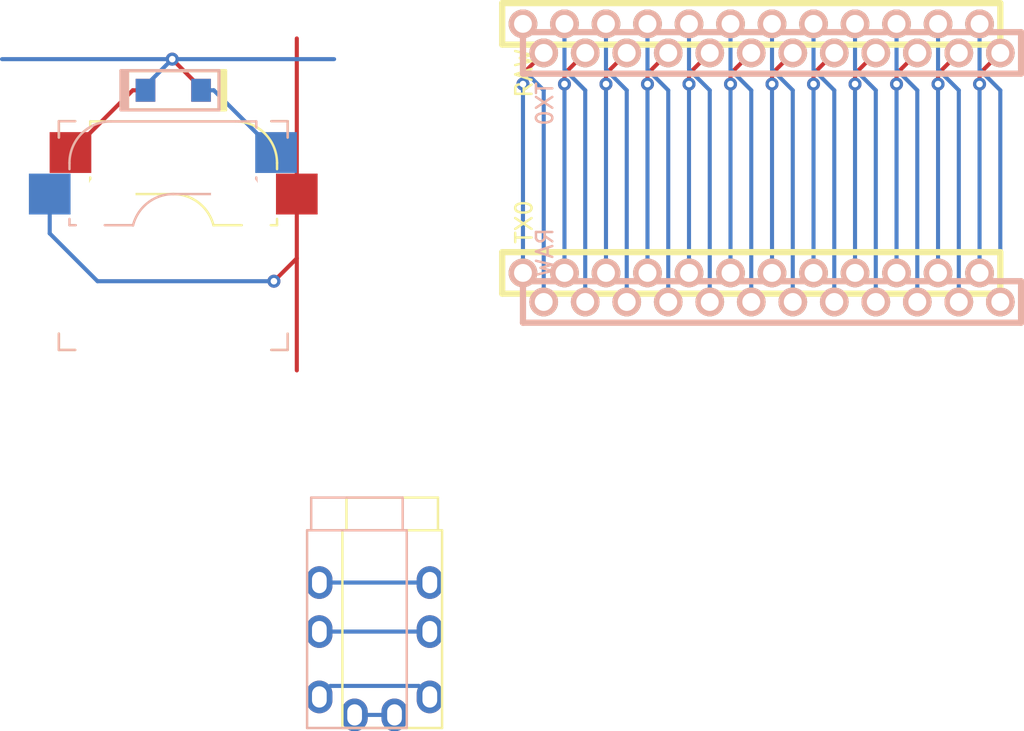
<source format=kicad_pcb>
(kicad_pcb (version 20171130) (host pcbnew 5.1.6-c6e7f7d~87~ubuntu20.04.1)

  (general
    (thickness 1.6)
    (drawings 0)
    (tracks 108)
    (zones 0)
    (modules 8)
    (nets 1)
  )

  (page A4)
  (layers
    (0 F.Cu signal)
    (31 B.Cu signal)
    (32 B.Adhes user)
    (33 F.Adhes user)
    (34 B.Paste user)
    (35 F.Paste user)
    (36 B.SilkS user)
    (37 F.SilkS user)
    (38 B.Mask user)
    (39 F.Mask user)
    (40 Dwgs.User user)
    (41 Cmts.User user)
    (42 Eco1.User user hide)
    (43 Eco2.User user hide)
    (44 Edge.Cuts user)
    (45 Margin user)
    (46 B.CrtYd user)
    (47 F.CrtYd user)
    (48 B.Fab user hide)
    (49 F.Fab user hide)
  )

  (setup
    (last_trace_width 0.25)
    (trace_clearance 0.2)
    (zone_clearance 0.508)
    (zone_45_only no)
    (trace_min 0.2)
    (via_size 0.8)
    (via_drill 0.4)
    (via_min_size 0.4)
    (via_min_drill 0.3)
    (uvia_size 0.3)
    (uvia_drill 0.1)
    (uvias_allowed no)
    (uvia_min_size 0.2)
    (uvia_min_drill 0.1)
    (edge_width 0.05)
    (segment_width 0.2)
    (pcb_text_width 0.3)
    (pcb_text_size 1.5 1.5)
    (mod_edge_width 0.12)
    (mod_text_size 1 1)
    (mod_text_width 0.15)
    (pad_size 1.524 1.524)
    (pad_drill 0.762)
    (pad_to_mask_clearance 0.05)
    (aux_axis_origin 0 0)
    (visible_elements FFFFFF7F)
    (pcbplotparams
      (layerselection 0x010fc_ffffffff)
      (usegerberextensions false)
      (usegerberattributes true)
      (usegerberadvancedattributes true)
      (creategerberjobfile true)
      (excludeedgelayer true)
      (linewidth 0.100000)
      (plotframeref false)
      (viasonmask false)
      (mode 1)
      (useauxorigin false)
      (hpglpennumber 1)
      (hpglpenspeed 20)
      (hpglpendiameter 15.000000)
      (psnegative false)
      (psa4output false)
      (plotreference true)
      (plotvalue true)
      (plotinvisibletext false)
      (padsonsilk false)
      (subtractmaskfromsilk false)
      (outputformat 1)
      (mirror false)
      (drillshape 1)
      (scaleselection 1)
      (outputdirectory ""))
  )

  (net 0 "")

  (net_class Default "This is the default net class."
    (clearance 0.2)
    (trace_width 0.25)
    (via_dia 0.8)
    (via_drill 0.4)
    (uvia_dia 0.3)
    (uvia_drill 0.1)
  )

  (module Keebio-Parts:TRRS-PJ-320A (layer B.Cu) (tedit 5D54377F) (tstamp 5F421D5A)
    (at 50.927 65.659 180)
    (fp_text reference REF** (at 0 -14.2) (layer Dwgs.User) hide
      (effects (font (size 1 1) (thickness 0.15)))
    )
    (fp_text value TRRS-PJ-320A (at 0 5.6) (layer B.Fab)
      (effects (font (size 1 1) (thickness 0.15)) (justify mirror))
    )
    (fp_line (start 3.05 0) (end -3.05 0) (layer B.SilkS) (width 0.15))
    (fp_line (start 3.05 -12.1) (end -3.05 -12.1) (layer B.SilkS) (width 0.15))
    (fp_line (start 3.05 0) (end 3.05 -12.1) (layer B.SilkS) (width 0.15))
    (fp_line (start -3.05 0) (end -3.05 -12.1) (layer B.SilkS) (width 0.15))
    (fp_line (start 2.8 0) (end 2.8 2) (layer B.SilkS) (width 0.15))
    (fp_line (start -2.8 0) (end -2.8 2) (layer B.SilkS) (width 0.15))
    (fp_line (start 2.8 2) (end -2.8 2) (layer B.SilkS) (width 0.15))
    (fp_text user Ring2 (at 0 -3.25) (layer B.Fab)
      (effects (font (size 0.7 0.7) (thickness 0.1)) (justify mirror))
    )
    (fp_text user Ring1 (at 0 -6.25) (layer B.Fab)
      (effects (font (size 0.7 0.7) (thickness 0.1)) (justify mirror))
    )
    (fp_text user Tip (at 0 -10) (layer B.Fab)
      (effects (font (size 0.7 0.7) (thickness 0.1)) (justify mirror))
    )
    (fp_text user Sleeve (at 0.25 -11.4) (layer B.Fab)
      (effects (font (size 0.7 0.7) (thickness 0.1)) (justify mirror))
    )
    (pad 1 thru_hole oval (at -2.3 -11.3 180) (size 1.6 2) (drill oval 0.9 1.3) (layers *.Cu *.Mask))
    (pad 2 thru_hole oval (at 2.3 -10.2 180) (size 1.6 2) (drill oval 0.9 1.3) (layers *.Cu *.Mask))
    (pad 4 thru_hole oval (at 2.3 -3.2 180) (size 1.6 2) (drill oval 0.9 1.3) (layers *.Cu *.Mask))
    (pad "" np_thru_hole circle (at 0 -8.6 180) (size 0.8 0.8) (drill 0.8) (layers *.Cu *.Mask))
    (pad "" np_thru_hole circle (at 0 -1.6 180) (size 0.8 0.8) (drill 0.8) (layers *.Cu *.Mask))
    (pad 3 thru_hole oval (at 2.3 -6.2 180) (size 1.6 2) (drill oval 0.9 1.3) (layers *.Cu *.Mask))
    (model /Users/danny/syncproj/kicad-libs/footprints/Keebio-Parts.pretty/3dmodels/PJ-320A.step
      (at (xyz 0 0 0))
      (scale (xyz 1 1 1))
      (rotate (xyz -90 0 180))
    )
  )

  (module Keebio-Parts:TRRS-PJ-320A (layer F.Cu) (tedit 5D54377F) (tstamp 5F421D44)
    (at 53.086 65.659)
    (fp_text reference REF** (at 0 14.2) (layer Dwgs.User) hide
      (effects (font (size 1 1) (thickness 0.15)))
    )
    (fp_text value TRRS-PJ-320A (at 0 -5.6) (layer F.Fab)
      (effects (font (size 1 1) (thickness 0.15)))
    )
    (fp_text user Sleeve (at 0.25 11.4) (layer F.Fab)
      (effects (font (size 0.7 0.7) (thickness 0.1)))
    )
    (fp_text user Tip (at 0 10) (layer F.Fab)
      (effects (font (size 0.7 0.7) (thickness 0.1)))
    )
    (fp_text user Ring1 (at 0 6.25) (layer F.Fab)
      (effects (font (size 0.7 0.7) (thickness 0.1)))
    )
    (fp_text user Ring2 (at 0 3.25) (layer F.Fab)
      (effects (font (size 0.7 0.7) (thickness 0.1)))
    )
    (fp_line (start 3.05 0) (end -3.05 0) (layer F.SilkS) (width 0.15))
    (fp_line (start 3.05 12.1) (end -3.05 12.1) (layer F.SilkS) (width 0.15))
    (fp_line (start 3.05 0) (end 3.05 12.1) (layer F.SilkS) (width 0.15))
    (fp_line (start -3.05 0) (end -3.05 12.1) (layer F.SilkS) (width 0.15))
    (fp_line (start 2.8 0) (end 2.8 -2) (layer F.SilkS) (width 0.15))
    (fp_line (start -2.8 0) (end -2.8 -2) (layer F.SilkS) (width 0.15))
    (fp_line (start 2.8 -2) (end -2.8 -2) (layer F.SilkS) (width 0.15))
    (pad 3 thru_hole oval (at 2.3 6.2) (size 1.6 2) (drill oval 0.9 1.3) (layers *.Cu *.Mask))
    (pad "" np_thru_hole circle (at 0 1.6) (size 0.8 0.8) (drill 0.8) (layers *.Cu *.Mask))
    (pad "" np_thru_hole circle (at 0 8.6) (size 0.8 0.8) (drill 0.8) (layers *.Cu *.Mask))
    (pad 4 thru_hole oval (at 2.3 3.2) (size 1.6 2) (drill oval 0.9 1.3) (layers *.Cu *.Mask))
    (pad 2 thru_hole oval (at 2.3 10.2) (size 1.6 2) (drill oval 0.9 1.3) (layers *.Cu *.Mask))
    (pad 1 thru_hole oval (at -2.3 11.3) (size 1.6 2) (drill oval 0.9 1.3) (layers *.Cu *.Mask))
    (model /Users/danny/syncproj/kicad-libs/footprints/Keebio-Parts.pretty/3dmodels/PJ-320A.step
      (at (xyz 0 0 0))
      (scale (xyz 1 1 1))
      (rotate (xyz -90 0 180))
    )
  )

  (module keyboard_parts:D_SOD123 (layer B.Cu) (tedit 561B69D3) (tstamp 5F42168D)
    (at 39.6875 38.735)
    (attr smd)
    (fp_text reference D_SOD123 (at 0 -1.925) (layer B.SilkS) hide
      (effects (font (size 0.8 0.8) (thickness 0.15)) (justify mirror))
    )
    (fp_text value VAL** (at 0 1.925) (layer B.SilkS) hide
      (effects (font (size 0.8 0.8) (thickness 0.15)) (justify mirror))
    )
    (fp_line (start -3.075 -1.2) (end -3.075 1.2) (layer B.SilkS) (width 0.2))
    (fp_line (start -2.8 1.2) (end -2.8 -1.2) (layer B.SilkS) (width 0.2))
    (fp_line (start -2.925 1.2) (end -2.925 -1.2) (layer B.SilkS) (width 0.2))
    (fp_line (start -3.2 1.2) (end 2.8 1.2) (layer B.SilkS) (width 0.2))
    (fp_line (start 2.8 1.2) (end 2.8 -1.2) (layer B.SilkS) (width 0.2))
    (fp_line (start 2.8 -1.2) (end -3.2 -1.2) (layer B.SilkS) (width 0.2))
    (fp_line (start -3.2 -1.2) (end -3.2 1.2) (layer B.SilkS) (width 0.2))
    (pad 1 smd rect (at -1.7 0) (size 1.2 1.4) (layers B.Cu B.Paste B.Mask))
    (pad 2 smd rect (at 1.7 0) (size 1.2 1.4) (layers B.Cu B.Paste B.Mask))
  )

  (module keyboard_parts:D_SOD123 (layer F.Cu) (tedit 561B69D3) (tstamp 5F4215AE)
    (at 39.6875 38.735 180)
    (attr smd)
    (fp_text reference D_SOD123 (at 0 1.925) (layer F.SilkS) hide
      (effects (font (size 0.8 0.8) (thickness 0.15)))
    )
    (fp_text value VAL** (at 0 -1.925) (layer F.SilkS) hide
      (effects (font (size 0.8 0.8) (thickness 0.15)))
    )
    (fp_line (start -3.075 1.2) (end -3.075 -1.2) (layer F.SilkS) (width 0.2))
    (fp_line (start -2.8 -1.2) (end -2.8 1.2) (layer F.SilkS) (width 0.2))
    (fp_line (start -2.925 -1.2) (end -2.925 1.2) (layer F.SilkS) (width 0.2))
    (fp_line (start -3.2 -1.2) (end 2.8 -1.2) (layer F.SilkS) (width 0.2))
    (fp_line (start 2.8 -1.2) (end 2.8 1.2) (layer F.SilkS) (width 0.2))
    (fp_line (start 2.8 1.2) (end -3.2 1.2) (layer F.SilkS) (width 0.2))
    (fp_line (start -3.2 1.2) (end -3.2 -1.2) (layer F.SilkS) (width 0.2))
    (pad 1 smd rect (at -1.7 0 180) (size 1.2 1.4) (layers F.Cu F.Paste F.Mask))
    (pad 2 smd rect (at 1.7 0 180) (size 1.2 1.4) (layers F.Cu F.Paste F.Mask))
  )

  (module parts:ArduinoProMicroPins-TopSide (layer B.Cu) (tedit 5F417A08) (tstamp 5F4207B9)
    (at 76.327 44.069)
    (fp_text reference U1 (at 0 -1.625) (layer B.SilkS) hide
      (effects (font (size 1.27 1.524) (thickness 0.2032)) (justify mirror))
    )
    (fp_text value "Arduino Pro Micro" (at 0 0) (layer B.SilkS) hide
      (effects (font (size 1.27 1.524) (thickness 0.2032)) (justify mirror))
    )
    (fp_text user RAW (at -13.9 4.6 90) (layer B.SilkS)
      (effects (font (size 1 1) (thickness 0.15)) (justify mirror))
    )
    (fp_text user TX0 (at -13.9 -4.5 90 unlocked) (layer B.SilkS)
      (effects (font (size 1 1) (thickness 0.15)) (justify mirror))
    )
    (fp_line (start 15.24 -6.35) (end 15.24 -8.89) (layer B.SilkS) (width 0.381))
    (fp_line (start -15.24 -6.35) (end -15.24 -8.89) (layer B.SilkS) (width 0.381))
    (fp_line (start -15.24 -6.35) (end 15.24 -6.35) (layer B.SilkS) (width 0.381))
    (fp_line (start -15.24 6.35) (end 15.24 6.35) (layer B.SilkS) (width 0.381))
    (fp_line (start 15.24 8.89) (end -15.24 8.89) (layer B.SilkS) (width 0.381))
    (fp_line (start 15.24 6.35) (end 15.24 8.89) (layer B.SilkS) (width 0.381))
    (fp_line (start -15.24 -8.89) (end 15.24 -8.89) (layer B.SilkS) (width 0.381))
    (fp_line (start -15.24 8.89) (end -15.24 6.35) (layer B.SilkS) (width 0.381))
    (pad 1 thru_hole circle (at -13.97 -7.62) (size 1.7526 1.7526) (drill 1.0922) (layers *.Cu *.SilkS *.Mask))
    (pad 2 thru_hole circle (at -11.43 -7.62) (size 1.7526 1.7526) (drill 1.0922) (layers *.Cu *.SilkS *.Mask))
    (pad 3 thru_hole circle (at -8.89 -7.62) (size 1.7526 1.7526) (drill 1.0922) (layers *.Cu *.SilkS *.Mask))
    (pad 4 thru_hole circle (at -6.35 -7.62) (size 1.7526 1.7526) (drill 1.0922) (layers *.Cu *.SilkS *.Mask))
    (pad 5 thru_hole circle (at -3.81 -7.62) (size 1.7526 1.7526) (drill 1.0922) (layers *.Cu *.SilkS *.Mask))
    (pad 6 thru_hole circle (at -1.27 -7.62) (size 1.7526 1.7526) (drill 1.0922) (layers *.Cu *.SilkS *.Mask))
    (pad 7 thru_hole circle (at 1.27 -7.62) (size 1.7526 1.7526) (drill 1.0922) (layers *.Cu *.SilkS *.Mask))
    (pad 8 thru_hole circle (at 3.81 -7.62) (size 1.7526 1.7526) (drill 1.0922) (layers *.Cu *.SilkS *.Mask))
    (pad 9 thru_hole circle (at 6.35 -7.62) (size 1.7526 1.7526) (drill 1.0922) (layers *.Cu *.SilkS *.Mask))
    (pad 10 thru_hole circle (at 8.89 -7.62) (size 1.7526 1.7526) (drill 1.0922) (layers *.Cu *.SilkS *.Mask))
    (pad 11 thru_hole circle (at 11.43 -7.62) (size 1.7526 1.7526) (drill 1.0922) (layers *.Cu *.SilkS *.Mask))
    (pad 13 thru_hole circle (at 13.97 7.62) (size 1.7526 1.7526) (drill 1.0922) (layers *.Cu *.SilkS *.Mask))
    (pad 14 thru_hole circle (at 11.43 7.62) (size 1.7526 1.7526) (drill 1.0922) (layers *.Cu *.SilkS *.Mask))
    (pad 15 thru_hole circle (at 8.89 7.62) (size 1.7526 1.7526) (drill 1.0922) (layers *.Cu *.SilkS *.Mask))
    (pad 16 thru_hole circle (at 6.35 7.62) (size 1.7526 1.7526) (drill 1.0922) (layers *.Cu *.SilkS *.Mask))
    (pad 17 thru_hole circle (at 3.81 7.62) (size 1.7526 1.7526) (drill 1.0922) (layers *.Cu *.SilkS *.Mask))
    (pad 18 thru_hole circle (at 1.27 7.62) (size 1.7526 1.7526) (drill 1.0922) (layers *.Cu *.SilkS *.Mask))
    (pad 19 thru_hole circle (at -1.27 7.62) (size 1.7526 1.7526) (drill 1.0922) (layers *.Cu *.SilkS *.Mask))
    (pad 20 thru_hole circle (at -3.81 7.62) (size 1.7526 1.7526) (drill 1.0922) (layers *.Cu *.SilkS *.Mask))
    (pad 21 thru_hole circle (at -6.35 7.62) (size 1.7526 1.7526) (drill 1.0922) (layers *.Cu *.SilkS *.Mask))
    (pad 22 thru_hole circle (at -8.89 7.62) (size 1.7526 1.7526) (drill 1.0922) (layers *.Cu *.SilkS *.Mask))
    (pad 23 thru_hole circle (at -11.43 7.62) (size 1.7526 1.7526) (drill 1.0922) (layers *.Cu *.SilkS *.Mask))
    (pad 12 thru_hole circle (at 13.97 -7.62) (size 1.7526 1.7526) (drill 1.0922) (layers *.Cu *.SilkS *.Mask))
    (pad 24 thru_hole circle (at -13.97 7.62) (size 1.7526 1.7526) (drill 1.0922) (layers *.Cu *.SilkS *.Mask))
    (model /Users/danny/Documents/proj/custom-keyboard/kicad-libs/3d_models/Pro_Micro.wrl
      (offset (xyz 15.23999977111816 -8.889999866485596 1.269999980926514))
      (scale (xyz 0.395 0.395 0.395))
      (rotate (xyz 0 0 270))
    )
  )

  (module parts:ArduinoProMicroPins-TopSide (layer F.Cu) (tedit 5F417A08) (tstamp 5F4207B7)
    (at 75.057 42.291)
    (fp_text reference U1 (at 0 1.625) (layer F.SilkS) hide
      (effects (font (size 1.27 1.524) (thickness 0.2032)))
    )
    (fp_text value "Arduino Pro Micro" (at 0 0) (layer F.SilkS) hide
      (effects (font (size 1.27 1.524) (thickness 0.2032)))
    )
    (fp_text user RAW (at -13.9 -4.6 90) (layer F.SilkS)
      (effects (font (size 1 1) (thickness 0.15)))
    )
    (fp_text user TX0 (at -13.9 4.5 90) (layer F.SilkS)
      (effects (font (size 1 1) (thickness 0.15)))
    )
    (fp_line (start -15.24 -8.89) (end -15.24 -6.35) (layer F.SilkS) (width 0.381))
    (fp_line (start -15.24 8.89) (end 15.24 8.89) (layer F.SilkS) (width 0.381))
    (fp_line (start 15.24 -6.35) (end 15.24 -8.89) (layer F.SilkS) (width 0.381))
    (fp_line (start 15.24 -8.89) (end -15.24 -8.89) (layer F.SilkS) (width 0.381))
    (fp_line (start -15.24 -6.35) (end 15.24 -6.35) (layer F.SilkS) (width 0.381))
    (fp_line (start -15.24 6.35) (end 15.24 6.35) (layer F.SilkS) (width 0.381))
    (fp_line (start -15.24 6.35) (end -15.24 8.89) (layer F.SilkS) (width 0.381))
    (fp_line (start 15.24 6.35) (end 15.24 8.89) (layer F.SilkS) (width 0.381))
    (pad 1 thru_hole circle (at -13.97 7.62) (size 1.7526 1.7526) (drill 1.0922) (layers *.Cu *.SilkS *.Mask))
    (pad 2 thru_hole circle (at -11.43 7.62) (size 1.7526 1.7526) (drill 1.0922) (layers *.Cu *.SilkS *.Mask))
    (pad 3 thru_hole circle (at -8.89 7.62) (size 1.7526 1.7526) (drill 1.0922) (layers *.Cu *.SilkS *.Mask))
    (pad 4 thru_hole circle (at -6.35 7.62) (size 1.7526 1.7526) (drill 1.0922) (layers *.Cu *.SilkS *.Mask))
    (pad 5 thru_hole circle (at -3.81 7.62) (size 1.7526 1.7526) (drill 1.0922) (layers *.Cu *.SilkS *.Mask))
    (pad 6 thru_hole circle (at -1.27 7.62) (size 1.7526 1.7526) (drill 1.0922) (layers *.Cu *.SilkS *.Mask))
    (pad 7 thru_hole circle (at 1.27 7.62) (size 1.7526 1.7526) (drill 1.0922) (layers *.Cu *.SilkS *.Mask))
    (pad 8 thru_hole circle (at 3.81 7.62) (size 1.7526 1.7526) (drill 1.0922) (layers *.Cu *.SilkS *.Mask))
    (pad 9 thru_hole circle (at 6.35 7.62) (size 1.7526 1.7526) (drill 1.0922) (layers *.Cu *.SilkS *.Mask))
    (pad 10 thru_hole circle (at 8.89 7.62) (size 1.7526 1.7526) (drill 1.0922) (layers *.Cu *.SilkS *.Mask))
    (pad 11 thru_hole circle (at 11.43 7.62) (size 1.7526 1.7526) (drill 1.0922) (layers *.Cu *.SilkS *.Mask))
    (pad 13 thru_hole circle (at 13.97 -7.62) (size 1.7526 1.7526) (drill 1.0922) (layers *.Cu *.SilkS *.Mask))
    (pad 14 thru_hole circle (at 11.43 -7.62) (size 1.7526 1.7526) (drill 1.0922) (layers *.Cu *.SilkS *.Mask))
    (pad 15 thru_hole circle (at 8.89 -7.62) (size 1.7526 1.7526) (drill 1.0922) (layers *.Cu *.SilkS *.Mask))
    (pad 16 thru_hole circle (at 6.35 -7.62) (size 1.7526 1.7526) (drill 1.0922) (layers *.Cu *.SilkS *.Mask))
    (pad 17 thru_hole circle (at 3.81 -7.62) (size 1.7526 1.7526) (drill 1.0922) (layers *.Cu *.SilkS *.Mask))
    (pad 18 thru_hole circle (at 1.27 -7.62) (size 1.7526 1.7526) (drill 1.0922) (layers *.Cu *.SilkS *.Mask))
    (pad 19 thru_hole circle (at -1.27 -7.62) (size 1.7526 1.7526) (drill 1.0922) (layers *.Cu *.SilkS *.Mask))
    (pad 20 thru_hole circle (at -3.81 -7.62) (size 1.7526 1.7526) (drill 1.0922) (layers *.Cu *.SilkS *.Mask))
    (pad 21 thru_hole circle (at -6.35 -7.62) (size 1.7526 1.7526) (drill 1.0922) (layers *.Cu *.SilkS *.Mask))
    (pad 22 thru_hole circle (at -8.89 -7.62) (size 1.7526 1.7526) (drill 1.0922) (layers *.Cu *.SilkS *.Mask))
    (pad 23 thru_hole circle (at -11.43 -7.62) (size 1.7526 1.7526) (drill 1.0922) (layers *.Cu *.SilkS *.Mask))
    (pad 12 thru_hole circle (at 13.97 7.62) (size 1.7526 1.7526) (drill 1.0922) (layers *.Cu *.SilkS *.Mask))
    (pad 24 thru_hole circle (at -13.97 -7.62) (size 1.7526 1.7526) (drill 1.0922) (layers *.Cu *.SilkS *.Mask))
    (model /Users/danny/Documents/proj/custom-keyboard/kicad-libs/3d_models/Pro_Micro.wrl
      (offset (xyz 15.23999977111816 -8.889999866485596 1.269999980926514))
      (scale (xyz 0.395 0.395 0.395))
      (rotate (xyz 0 0 270))
    )
  )

  (module keyswitches:Kailh_socket_MX (layer B.Cu) (tedit 5DD4FB17) (tstamp 5F41D454)
    (at 39.6875 47.625 180)
    (descr "MX-style keyswitch with Kailh socket mount")
    (tags MX,cherry,gateron,kailh,pg1511,socket)
    (attr smd)
    (fp_text reference REF** (at 0 8.255) (layer F.SilkS) hide
      (effects (font (size 1 1) (thickness 0.15)))
    )
    (fp_text value Kailh_socket_MX (at 0 -8.255) (layer B.Fab)
      (effects (font (size 1 1) (thickness 0.15)) (justify mirror))
    )
    (fp_line (start -8.89 3.81) (end -6.35 3.81) (layer F.Fab) (width 0.12))
    (fp_line (start -8.89 1.27) (end -8.89 3.81) (layer F.Fab) (width 0.12))
    (fp_line (start -6.35 1.27) (end -8.89 1.27) (layer F.Fab) (width 0.12))
    (fp_line (start 7.62 3.81) (end 5.08 3.81) (layer F.Fab) (width 0.12))
    (fp_line (start 7.62 6.35) (end 7.62 3.81) (layer F.Fab) (width 0.12))
    (fp_line (start 5.08 6.35) (end 7.62 6.35) (layer F.Fab) (width 0.12))
    (fp_line (start 5.08 2.54) (end 0 2.54) (layer F.Fab) (width 0.12))
    (fp_line (start 5.08 6.985) (end 5.08 2.54) (layer F.Fab) (width 0.12))
    (fp_line (start -3.81 6.985) (end 5.08 6.985) (layer F.Fab) (width 0.12))
    (fp_line (start -6.35 0.635) (end -6.35 4.445) (layer F.Fab) (width 0.12))
    (fp_line (start -6.35 0.635) (end -2.54 0.635) (layer F.Fab) (width 0.12))
    (fp_line (start 5.08 6.985) (end 5.08 6.604) (layer F.SilkS) (width 0.15))
    (fp_line (start -3.81 6.985) (end 5.08 6.985) (layer F.SilkS) (width 0.15))
    (fp_line (start -6.35 4.445) (end -6.35 4.064) (layer F.SilkS) (width 0.15))
    (fp_line (start -5.969 0.635) (end -6.35 0.635) (layer F.SilkS) (width 0.15))
    (fp_line (start -2.464162 0.635) (end -4.191 0.635) (layer F.SilkS) (width 0.15))
    (fp_line (start 5.08 2.54) (end 0 2.54) (layer F.SilkS) (width 0.15))
    (fp_line (start 5.08 3.556) (end 5.08 2.54) (layer F.SilkS) (width 0.15))
    (fp_line (start -6.35 1.016) (end -6.35 0.635) (layer F.SilkS) (width 0.15))
    (fp_line (start -7.5 -7.5) (end -7.5 7.5) (layer B.Fab) (width 0.15))
    (fp_line (start 7.5 -7.5) (end -7.5 -7.5) (layer B.Fab) (width 0.15))
    (fp_line (start 7.5 7.5) (end 7.5 -7.5) (layer B.Fab) (width 0.15))
    (fp_line (start -7.5 7.5) (end 7.5 7.5) (layer B.Fab) (width 0.15))
    (fp_line (start -6.9 -6.9) (end -6.9 6.9) (layer Eco2.User) (width 0.15))
    (fp_line (start 6.9 6.9) (end 6.9 -6.9) (layer Eco2.User) (width 0.15))
    (fp_line (start 6.9 6.9) (end -6.9 6.9) (layer Eco2.User) (width 0.15))
    (fp_line (start -6.9 -6.9) (end 6.9 -6.9) (layer Eco2.User) (width 0.15))
    (fp_line (start 7 7) (end 7 6) (layer B.SilkS) (width 0.15))
    (fp_line (start 6 -7) (end 7 -7) (layer B.SilkS) (width 0.15))
    (fp_line (start 7 7) (end 6 7) (layer B.SilkS) (width 0.15))
    (fp_line (start 7 -6) (end 7 -7) (layer B.SilkS) (width 0.15))
    (fp_line (start -7 -7) (end -7 -6) (layer B.SilkS) (width 0.15))
    (fp_line (start -6 7) (end -7 7) (layer B.SilkS) (width 0.15))
    (fp_line (start -7 -7) (end -6 -7) (layer B.SilkS) (width 0.15))
    (fp_line (start -7 6) (end -7 7) (layer B.SilkS) (width 0.15))
    (fp_arc (start -3.81 4.445) (end -3.81 6.985) (angle 90) (layer F.SilkS) (width 0.15))
    (fp_arc (start 0 0) (end 0 2.54) (angle 75.96375653) (layer F.SilkS) (width 0.15))
    (fp_arc (start -3.81 4.445) (end -3.81 6.985) (angle 90) (layer F.Fab) (width 0.12))
    (fp_arc (start 0 0) (end 0 2.54) (angle 75.96375653) (layer F.Fab) (width 0.12))
    (fp_text user %R (at -0.635 4.445) (layer F.Fab)
      (effects (font (size 1 1) (thickness 0.15)))
    )
    (fp_text user %V (at -0.635 -0.635) (layer F.Fab)
      (effects (font (size 1 1) (thickness 0.15)))
    )
    (pad 1 smd rect (at 6.29 5.08 180) (size 2.55 2.5) (layers F.Cu F.Paste F.Mask))
    (pad "" np_thru_hole circle (at 2.54 5.08 180) (size 3 3) (drill 3) (layers *.Cu *.Mask))
    (pad "" np_thru_hole circle (at -3.81 2.54 180) (size 3 3) (drill 3) (layers *.Cu *.Mask))
    (pad "" np_thru_hole circle (at 0 0 180) (size 3.9878 3.9878) (drill 3.9878) (layers *.Cu *.Mask))
    (pad "" np_thru_hole circle (at 5.08 0 180) (size 1.7018 1.7018) (drill 1.7018) (layers *.Cu *.Mask))
    (pad "" np_thru_hole circle (at -5.08 0 180) (size 1.7018 1.7018) (drill 1.7018) (layers *.Cu *.Mask))
    (pad 2 smd rect (at -7.56 2.54 180) (size 2.55 2.5) (layers F.Cu F.Paste F.Mask))
  )

  (module keyswitches:Kailh_socket_MX (layer F.Cu) (tedit 5DD4FB17) (tstamp 5F41D3B8)
    (at 39.6875 47.625)
    (descr "MX-style keyswitch with Kailh socket mount")
    (tags MX,cherry,gateron,kailh,pg1511,socket)
    (attr smd)
    (fp_text reference REF** (at 0 -8.255) (layer B.SilkS) hide
      (effects (font (size 1 1) (thickness 0.15)) (justify mirror))
    )
    (fp_text value Kailh_socket_MX (at 0 8.255) (layer F.Fab)
      (effects (font (size 1 1) (thickness 0.15)))
    )
    (fp_line (start -8.89 -3.81) (end -6.35 -3.81) (layer B.Fab) (width 0.12))
    (fp_line (start -8.89 -1.27) (end -8.89 -3.81) (layer B.Fab) (width 0.12))
    (fp_line (start -6.35 -1.27) (end -8.89 -1.27) (layer B.Fab) (width 0.12))
    (fp_line (start 7.62 -3.81) (end 5.08 -3.81) (layer B.Fab) (width 0.12))
    (fp_line (start 7.62 -6.35) (end 7.62 -3.81) (layer B.Fab) (width 0.12))
    (fp_line (start 5.08 -6.35) (end 7.62 -6.35) (layer B.Fab) (width 0.12))
    (fp_line (start 5.08 -2.54) (end 0 -2.54) (layer B.Fab) (width 0.12))
    (fp_line (start 5.08 -6.985) (end 5.08 -2.54) (layer B.Fab) (width 0.12))
    (fp_line (start -3.81 -6.985) (end 5.08 -6.985) (layer B.Fab) (width 0.12))
    (fp_line (start -6.35 -0.635) (end -6.35 -4.445) (layer B.Fab) (width 0.12))
    (fp_line (start -6.35 -0.635) (end -2.54 -0.635) (layer B.Fab) (width 0.12))
    (fp_line (start 5.08 -6.985) (end 5.08 -6.604) (layer B.SilkS) (width 0.15))
    (fp_line (start -3.81 -6.985) (end 5.08 -6.985) (layer B.SilkS) (width 0.15))
    (fp_line (start -6.35 -4.445) (end -6.35 -4.064) (layer B.SilkS) (width 0.15))
    (fp_line (start -5.969 -0.635) (end -6.35 -0.635) (layer B.SilkS) (width 0.15))
    (fp_line (start -2.464162 -0.635) (end -4.191 -0.635) (layer B.SilkS) (width 0.15))
    (fp_line (start 5.08 -2.54) (end 0 -2.54) (layer B.SilkS) (width 0.15))
    (fp_line (start 5.08 -3.556) (end 5.08 -2.54) (layer B.SilkS) (width 0.15))
    (fp_line (start -6.35 -1.016) (end -6.35 -0.635) (layer B.SilkS) (width 0.15))
    (fp_line (start -7.5 7.5) (end -7.5 -7.5) (layer F.Fab) (width 0.15))
    (fp_line (start 7.5 7.5) (end -7.5 7.5) (layer F.Fab) (width 0.15))
    (fp_line (start 7.5 -7.5) (end 7.5 7.5) (layer F.Fab) (width 0.15))
    (fp_line (start -7.5 -7.5) (end 7.5 -7.5) (layer F.Fab) (width 0.15))
    (fp_line (start -6.9 6.9) (end -6.9 -6.9) (layer Eco2.User) (width 0.15))
    (fp_line (start 6.9 -6.9) (end 6.9 6.9) (layer Eco2.User) (width 0.15))
    (fp_line (start 6.9 -6.9) (end -6.9 -6.9) (layer Eco2.User) (width 0.15))
    (fp_line (start -6.9 6.9) (end 6.9 6.9) (layer Eco2.User) (width 0.15))
    (fp_line (start 7 -7) (end 7 -6) (layer F.SilkS) (width 0.15))
    (fp_line (start 6 7) (end 7 7) (layer F.SilkS) (width 0.15))
    (fp_line (start 7 -7) (end 6 -7) (layer F.SilkS) (width 0.15))
    (fp_line (start 7 6) (end 7 7) (layer F.SilkS) (width 0.15))
    (fp_line (start -7 7) (end -7 6) (layer F.SilkS) (width 0.15))
    (fp_line (start -6 -7) (end -7 -7) (layer F.SilkS) (width 0.15))
    (fp_line (start -7 7) (end -6 7) (layer F.SilkS) (width 0.15))
    (fp_line (start -7 -6) (end -7 -7) (layer F.SilkS) (width 0.15))
    (fp_text user %V (at -0.635 0.635) (layer B.Fab)
      (effects (font (size 1 1) (thickness 0.15)) (justify mirror))
    )
    (fp_text user %R (at -0.635 -4.445) (layer B.Fab)
      (effects (font (size 1 1) (thickness 0.15)) (justify mirror))
    )
    (fp_arc (start 0 0) (end 0 -2.54) (angle -75.96375653) (layer B.Fab) (width 0.12))
    (fp_arc (start -3.81 -4.445) (end -3.81 -6.985) (angle -90) (layer B.Fab) (width 0.12))
    (fp_arc (start 0 0) (end 0 -2.54) (angle -75.96375653) (layer B.SilkS) (width 0.15))
    (fp_arc (start -3.81 -4.445) (end -3.81 -6.985) (angle -90) (layer B.SilkS) (width 0.15))
    (pad 2 smd rect (at -7.56 -2.54) (size 2.55 2.5) (layers B.Cu B.Paste B.Mask))
    (pad "" np_thru_hole circle (at -5.08 0) (size 1.7018 1.7018) (drill 1.7018) (layers *.Cu *.Mask))
    (pad "" np_thru_hole circle (at 5.08 0) (size 1.7018 1.7018) (drill 1.7018) (layers *.Cu *.Mask))
    (pad "" np_thru_hole circle (at 0 0) (size 3.9878 3.9878) (drill 3.9878) (layers *.Cu *.Mask))
    (pad "" np_thru_hole circle (at -3.81 -2.54) (size 3 3) (drill 3) (layers *.Cu *.Mask))
    (pad "" np_thru_hole circle (at 2.54 -5.08) (size 3 3) (drill 3) (layers *.Cu *.Mask))
    (pad 1 smd rect (at 6.29 -5.08) (size 2.55 2.5) (layers B.Cu B.Paste B.Mask))
  )

  (segment (start 85.217 51.689) (end 85.217 38.735) (width 0.25) (layer B.Cu) (net 0))
  (segment (start 83.947 37.465) (end 83.947 34.671) (width 0.25) (layer B.Cu) (net 0))
  (segment (start 85.217 38.735) (end 83.947 37.465) (width 0.25) (layer B.Cu) (net 0))
  (via (at 83.947 38.354) (size 0.8) (drill 0.4) (layers F.Cu B.Cu) (net 0))
  (segment (start 83.947 37.719) (end 85.217 36.449) (width 0.25) (layer F.Cu) (net 0))
  (segment (start 83.947 38.354) (end 83.947 37.719) (width 0.25) (layer F.Cu) (net 0))
  (segment (start 83.947 49.911) (end 83.947 38.354) (width 0.25) (layer B.Cu) (net 0))
  (segment (start 87.757 38.735) (end 86.487 37.465) (width 0.25) (layer B.Cu) (net 0) (tstamp 5F421352))
  (segment (start 87.757 51.689) (end 87.757 38.735) (width 0.25) (layer B.Cu) (net 0) (tstamp 5F421353))
  (segment (start 86.487 49.911) (end 86.487 38.354) (width 0.25) (layer B.Cu) (net 0) (tstamp 5F421354))
  (segment (start 86.487 37.465) (end 86.487 34.671) (width 0.25) (layer B.Cu) (net 0) (tstamp 5F421355))
  (segment (start 86.487 37.719) (end 87.757 36.449) (width 0.25) (layer F.Cu) (net 0) (tstamp 5F421356))
  (segment (start 86.487 38.354) (end 86.487 37.719) (width 0.25) (layer F.Cu) (net 0) (tstamp 5F421357))
  (via (at 86.487 38.354) (size 0.8) (drill 0.4) (layers F.Cu B.Cu) (net 0) (tstamp 5F421358))
  (segment (start 90.297 38.735) (end 89.027 37.465) (width 0.25) (layer B.Cu) (net 0) (tstamp 5F421352))
  (segment (start 90.297 51.689) (end 90.297 38.735) (width 0.25) (layer B.Cu) (net 0) (tstamp 5F421353))
  (segment (start 89.027 49.911) (end 89.027 38.354) (width 0.25) (layer B.Cu) (net 0) (tstamp 5F421354))
  (segment (start 89.027 37.465) (end 89.027 34.671) (width 0.25) (layer B.Cu) (net 0) (tstamp 5F421355))
  (segment (start 89.027 37.719) (end 90.297 36.449) (width 0.25) (layer F.Cu) (net 0) (tstamp 5F421356))
  (segment (start 89.027 38.354) (end 89.027 37.719) (width 0.25) (layer F.Cu) (net 0) (tstamp 5F421357))
  (via (at 89.027 38.354) (size 0.8) (drill 0.4) (layers F.Cu B.Cu) (net 0) (tstamp 5F421358))
  (segment (start 82.677 38.735) (end 81.407 37.465) (width 0.25) (layer B.Cu) (net 0) (tstamp 5F421352))
  (segment (start 82.677 51.689) (end 82.677 38.735) (width 0.25) (layer B.Cu) (net 0) (tstamp 5F421353))
  (segment (start 81.407 49.911) (end 81.407 38.354) (width 0.25) (layer B.Cu) (net 0) (tstamp 5F421354))
  (segment (start 81.407 37.465) (end 81.407 34.671) (width 0.25) (layer B.Cu) (net 0) (tstamp 5F421355))
  (segment (start 81.407 37.719) (end 82.677 36.449) (width 0.25) (layer F.Cu) (net 0) (tstamp 5F421356))
  (segment (start 81.407 38.354) (end 81.407 37.719) (width 0.25) (layer F.Cu) (net 0) (tstamp 5F421357))
  (via (at 81.407 38.354) (size 0.8) (drill 0.4) (layers F.Cu B.Cu) (net 0) (tstamp 5F421358))
  (segment (start 80.137 38.735) (end 78.867 37.465) (width 0.25) (layer B.Cu) (net 0) (tstamp 5F421352))
  (segment (start 80.137 51.689) (end 80.137 38.735) (width 0.25) (layer B.Cu) (net 0) (tstamp 5F421353))
  (segment (start 78.867 49.911) (end 78.867 38.354) (width 0.25) (layer B.Cu) (net 0) (tstamp 5F421354))
  (segment (start 78.867 37.465) (end 78.867 34.671) (width 0.25) (layer B.Cu) (net 0) (tstamp 5F421355))
  (segment (start 78.867 37.719) (end 80.137 36.449) (width 0.25) (layer F.Cu) (net 0) (tstamp 5F421356))
  (segment (start 78.867 38.354) (end 78.867 37.719) (width 0.25) (layer F.Cu) (net 0) (tstamp 5F421357))
  (via (at 78.867 38.354) (size 0.8) (drill 0.4) (layers F.Cu B.Cu) (net 0) (tstamp 5F421358))
  (segment (start 77.597 38.735) (end 76.327 37.465) (width 0.25) (layer B.Cu) (net 0) (tstamp 5F421352))
  (segment (start 77.597 51.689) (end 77.597 38.735) (width 0.25) (layer B.Cu) (net 0) (tstamp 5F421353))
  (segment (start 76.327 49.911) (end 76.327 38.354) (width 0.25) (layer B.Cu) (net 0) (tstamp 5F421354))
  (segment (start 76.327 37.465) (end 76.327 34.671) (width 0.25) (layer B.Cu) (net 0) (tstamp 5F421355))
  (segment (start 76.327 37.719) (end 77.597 36.449) (width 0.25) (layer F.Cu) (net 0) (tstamp 5F421356))
  (segment (start 76.327 38.354) (end 76.327 37.719) (width 0.25) (layer F.Cu) (net 0) (tstamp 5F421357))
  (via (at 76.327 38.354) (size 0.8) (drill 0.4) (layers F.Cu B.Cu) (net 0) (tstamp 5F421358))
  (segment (start 75.057 38.735) (end 73.787 37.465) (width 0.25) (layer B.Cu) (net 0) (tstamp 5F421352))
  (segment (start 75.057 51.689) (end 75.057 38.735) (width 0.25) (layer B.Cu) (net 0) (tstamp 5F421353))
  (segment (start 73.787 49.911) (end 73.787 38.354) (width 0.25) (layer B.Cu) (net 0) (tstamp 5F421354))
  (segment (start 73.787 37.465) (end 73.787 34.671) (width 0.25) (layer B.Cu) (net 0) (tstamp 5F421355))
  (segment (start 73.787 37.719) (end 75.057 36.449) (width 0.25) (layer F.Cu) (net 0) (tstamp 5F421356))
  (segment (start 73.787 38.354) (end 73.787 37.719) (width 0.25) (layer F.Cu) (net 0) (tstamp 5F421357))
  (via (at 73.787 38.354) (size 0.8) (drill 0.4) (layers F.Cu B.Cu) (net 0) (tstamp 5F421358))
  (segment (start 72.517 38.735) (end 71.247 37.465) (width 0.25) (layer B.Cu) (net 0) (tstamp 5F421352))
  (segment (start 72.517 51.689) (end 72.517 38.735) (width 0.25) (layer B.Cu) (net 0) (tstamp 5F421353))
  (segment (start 71.247 49.911) (end 71.247 38.354) (width 0.25) (layer B.Cu) (net 0) (tstamp 5F421354))
  (segment (start 71.247 37.465) (end 71.247 34.671) (width 0.25) (layer B.Cu) (net 0) (tstamp 5F421355))
  (segment (start 71.247 37.719) (end 72.517 36.449) (width 0.25) (layer F.Cu) (net 0) (tstamp 5F421356))
  (segment (start 71.247 38.354) (end 71.247 37.719) (width 0.25) (layer F.Cu) (net 0) (tstamp 5F421357))
  (via (at 71.247 38.354) (size 0.8) (drill 0.4) (layers F.Cu B.Cu) (net 0) (tstamp 5F421358))
  (segment (start 69.977 38.735) (end 68.707 37.465) (width 0.25) (layer B.Cu) (net 0) (tstamp 5F421352))
  (segment (start 69.977 51.689) (end 69.977 38.735) (width 0.25) (layer B.Cu) (net 0) (tstamp 5F421353))
  (segment (start 68.707 49.911) (end 68.707 38.354) (width 0.25) (layer B.Cu) (net 0) (tstamp 5F421354))
  (segment (start 68.707 37.465) (end 68.707 34.671) (width 0.25) (layer B.Cu) (net 0) (tstamp 5F421355))
  (segment (start 68.707 37.719) (end 69.977 36.449) (width 0.25) (layer F.Cu) (net 0) (tstamp 5F421356))
  (segment (start 68.707 38.354) (end 68.707 37.719) (width 0.25) (layer F.Cu) (net 0) (tstamp 5F421357))
  (via (at 68.707 38.354) (size 0.8) (drill 0.4) (layers F.Cu B.Cu) (net 0) (tstamp 5F421358))
  (segment (start 67.437 38.735) (end 66.167 37.465) (width 0.25) (layer B.Cu) (net 0) (tstamp 5F421352))
  (segment (start 67.437 51.689) (end 67.437 38.735) (width 0.25) (layer B.Cu) (net 0) (tstamp 5F421353))
  (segment (start 66.167 49.911) (end 66.167 38.354) (width 0.25) (layer B.Cu) (net 0) (tstamp 5F421354))
  (segment (start 66.167 37.465) (end 66.167 34.671) (width 0.25) (layer B.Cu) (net 0) (tstamp 5F421355))
  (segment (start 66.167 37.719) (end 67.437 36.449) (width 0.25) (layer F.Cu) (net 0) (tstamp 5F421356))
  (segment (start 66.167 38.354) (end 66.167 37.719) (width 0.25) (layer F.Cu) (net 0) (tstamp 5F421357))
  (via (at 66.167 38.354) (size 0.8) (drill 0.4) (layers F.Cu B.Cu) (net 0) (tstamp 5F421358))
  (segment (start 64.897 38.735) (end 63.627 37.465) (width 0.25) (layer B.Cu) (net 0) (tstamp 5F421352))
  (segment (start 64.897 51.689) (end 64.897 38.735) (width 0.25) (layer B.Cu) (net 0) (tstamp 5F421353))
  (segment (start 63.627 49.911) (end 63.627 38.354) (width 0.25) (layer B.Cu) (net 0) (tstamp 5F421354))
  (segment (start 63.627 37.465) (end 63.627 34.671) (width 0.25) (layer B.Cu) (net 0) (tstamp 5F421355))
  (segment (start 63.627 37.719) (end 64.897 36.449) (width 0.25) (layer F.Cu) (net 0) (tstamp 5F421356))
  (segment (start 63.627 38.354) (end 63.627 37.719) (width 0.25) (layer F.Cu) (net 0) (tstamp 5F421357))
  (via (at 63.627 38.354) (size 0.8) (drill 0.4) (layers F.Cu B.Cu) (net 0) (tstamp 5F421358))
  (segment (start 62.357 38.735) (end 61.087 37.465) (width 0.25) (layer B.Cu) (net 0) (tstamp 5F421352))
  (segment (start 62.357 51.689) (end 62.357 38.735) (width 0.25) (layer B.Cu) (net 0) (tstamp 5F421353))
  (segment (start 61.087 49.911) (end 61.087 38.354) (width 0.25) (layer B.Cu) (net 0) (tstamp 5F421354))
  (segment (start 61.087 37.465) (end 61.087 34.671) (width 0.25) (layer B.Cu) (net 0) (tstamp 5F421355))
  (segment (start 61.087 37.719) (end 62.357 36.449) (width 0.25) (layer F.Cu) (net 0) (tstamp 5F421356))
  (segment (start 61.087 38.354) (end 61.087 37.719) (width 0.25) (layer F.Cu) (net 0) (tstamp 5F421357))
  (via (at 61.087 38.354) (size 0.8) (drill 0.4) (layers F.Cu B.Cu) (net 0) (tstamp 5F421358))
  (via (at 45.847 50.419) (size 0.8) (drill 0.4) (layers F.Cu B.Cu) (net 0))
  (segment (start 45.847 50.419) (end 47.2475 49.0185) (width 0.25) (layer F.Cu) (net 0))
  (segment (start 45.847 50.419) (end 35.052 50.419) (width 0.25) (layer B.Cu) (net 0))
  (segment (start 32.1275 47.4945) (end 32.1275 45.085) (width 0.25) (layer B.Cu) (net 0))
  (segment (start 35.052 50.419) (end 32.1275 47.4945) (width 0.25) (layer B.Cu) (net 0))
  (segment (start 42.1675 38.735) (end 45.9775 42.545) (width 0.25) (layer B.Cu) (net 0))
  (segment (start 41.3875 38.735) (end 42.1675 38.735) (width 0.25) (layer B.Cu) (net 0))
  (segment (start 37.2075 38.735) (end 33.3975 42.545) (width 0.25) (layer F.Cu) (net 0))
  (segment (start 37.9875 38.735) (end 37.2075 38.735) (width 0.25) (layer F.Cu) (net 0))
  (via (at 39.624 36.83) (size 0.8) (drill 0.4) (layers F.Cu B.Cu) (net 0))
  (segment (start 41.3875 38.5935) (end 39.624 36.83) (width 0.25) (layer F.Cu) (net 0))
  (segment (start 41.3875 38.735) (end 41.3875 38.5935) (width 0.25) (layer F.Cu) (net 0))
  (segment (start 37.9875 38.4665) (end 39.624 36.83) (width 0.25) (layer B.Cu) (net 0))
  (segment (start 37.9875 38.735) (end 37.9875 38.4665) (width 0.25) (layer B.Cu) (net 0))
  (segment (start 39.624 36.83) (end 49.53 36.83) (width 0.25) (layer B.Cu) (net 0))
  (segment (start 39.624 36.83) (end 29.21 36.83) (width 0.25) (layer B.Cu) (net 0))
  (segment (start 47.2475 45.085) (end 47.2475 35.5635) (width 0.25) (layer F.Cu) (net 0))
  (segment (start 47.2475 45.085) (end 47.2475 55.8765) (width 0.25) (layer F.Cu) (net 0))
  (segment (start 48.627 68.859) (end 55.386 68.859) (width 0.25) (layer B.Cu) (net 0))
  (segment (start 48.627 71.859) (end 55.386 71.859) (width 0.25) (layer B.Cu) (net 0))
  (segment (start 50.786 76.959) (end 53.227 76.959) (width 0.25) (layer B.Cu) (net 0))
  (segment (start 49.302 75.184) (end 48.627 75.859) (width 0.25) (layer B.Cu) (net 0))
  (segment (start 54.711 75.184) (end 55.386 75.859) (width 0.25) (layer B.Cu) (net 0))
  (segment (start 54.711 75.184) (end 49.302 75.184) (width 0.25) (layer B.Cu) (net 0))

)

</source>
